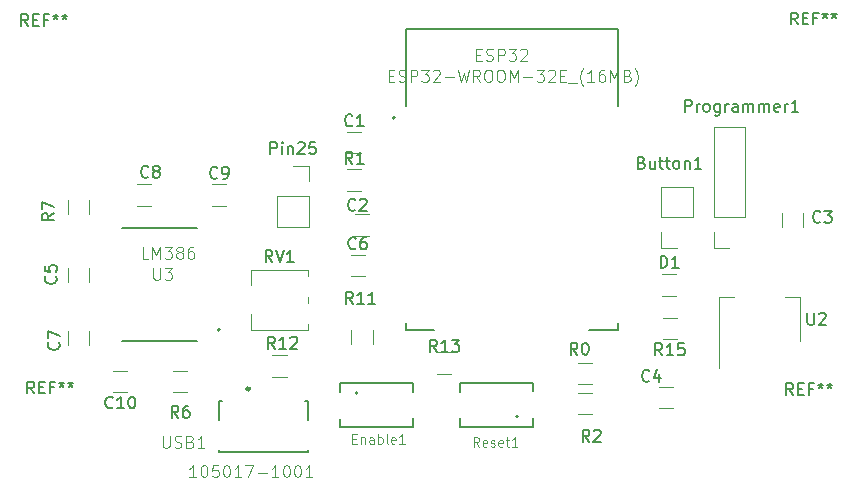
<source format=gto>
G04 #@! TF.GenerationSoftware,KiCad,Pcbnew,(5.1.9)-1*
G04 #@! TF.CreationDate,2021-04-14T09:49:37+02:00*
G04 #@! TF.ProjectId,Copy_bachelorproef morse,436f7079-5f62-4616-9368-656c6f727072,rev?*
G04 #@! TF.SameCoordinates,Original*
G04 #@! TF.FileFunction,Legend,Top*
G04 #@! TF.FilePolarity,Positive*
%FSLAX46Y46*%
G04 Gerber Fmt 4.6, Leading zero omitted, Abs format (unit mm)*
G04 Created by KiCad (PCBNEW (5.1.9)-1) date 2021-04-14 09:49:37*
%MOMM*%
%LPD*%
G01*
G04 APERTURE LIST*
%ADD10C,0.120000*%
%ADD11C,0.200000*%
%ADD12C,0.127000*%
%ADD13C,0.300000*%
%ADD14C,0.150000*%
%ADD15C,0.050000*%
G04 APERTURE END LIST*
D10*
X148990000Y-97826000D02*
X148990000Y-91816000D01*
X155810000Y-95576000D02*
X155810000Y-91816000D01*
X148990000Y-91816000D02*
X150250000Y-91816000D01*
X155810000Y-91816000D02*
X154550000Y-91816000D01*
X109340000Y-89555000D02*
X114180000Y-89555000D01*
X109340000Y-94595000D02*
X114180000Y-94595000D01*
X109340000Y-89555000D02*
X109340000Y-90835000D01*
X109340000Y-93315000D02*
X109340000Y-94595000D01*
X114180000Y-89555000D02*
X114180000Y-90035000D01*
X114180000Y-91815000D02*
X114180000Y-92335000D01*
X114180000Y-94115000D02*
X114180000Y-94595000D01*
X109340000Y-89935000D02*
X109340000Y-89935000D01*
X109340000Y-89935000D02*
X109340000Y-90835000D01*
X109340000Y-89935000D02*
X109340000Y-90835000D01*
D11*
X133275000Y-102065000D02*
X133275000Y-102815000D01*
X133275000Y-102815000D02*
X127075000Y-102815000D01*
X127075000Y-102815000D02*
X127075000Y-102065000D01*
X133275000Y-99765000D02*
X133275000Y-99115000D01*
X133275000Y-99115000D02*
X127075000Y-99115000D01*
X127075000Y-99115000D02*
X127075000Y-99865000D01*
X131975000Y-101965000D02*
G75*
G03*
X131975000Y-101965000I-100000J0D01*
G01*
D12*
X140445000Y-69165000D02*
X140445000Y-75665000D01*
X122445000Y-69165000D02*
X140445000Y-69165000D01*
X122445000Y-75665000D02*
X122445000Y-69165000D01*
X140445000Y-94665000D02*
X140445000Y-94015000D01*
X137995000Y-94665000D02*
X140445000Y-94665000D01*
X122445000Y-94665000D02*
X124895000Y-94665000D01*
X122445000Y-94015000D02*
X122445000Y-94665000D01*
D11*
X121545000Y-76665000D02*
G75*
G03*
X121545000Y-76665000I-100000J0D01*
G01*
D10*
X149860000Y-87690000D02*
X148530000Y-87690000D01*
X148530000Y-87690000D02*
X148530000Y-86360000D01*
X148530000Y-85090000D02*
X148530000Y-77410000D01*
X151190000Y-77410000D02*
X148530000Y-77410000D01*
X151190000Y-85090000D02*
X151190000Y-77410000D01*
X151190000Y-85090000D02*
X148530000Y-85090000D01*
X137065936Y-97388000D02*
X138270064Y-97388000D01*
X137065936Y-99208000D02*
X138270064Y-99208000D01*
X126323064Y-98319000D02*
X125118936Y-98319000D01*
X126323064Y-96499000D02*
X125118936Y-96499000D01*
D11*
X118415000Y-99965000D02*
G75*
G03*
X118415000Y-99965000I-100000J0D01*
G01*
X123115000Y-102815000D02*
X123115000Y-102065000D01*
X116915000Y-102815000D02*
X123115000Y-102815000D01*
X116915000Y-102165000D02*
X116915000Y-102815000D01*
X123115000Y-99115000D02*
X123115000Y-99865000D01*
X116915000Y-99115000D02*
X123115000Y-99115000D01*
X116915000Y-99865000D02*
X116915000Y-99115000D01*
D10*
X145415000Y-87690000D02*
X144085000Y-87690000D01*
X144085000Y-87690000D02*
X144085000Y-86360000D01*
X144085000Y-85090000D02*
X144085000Y-82490000D01*
X146745000Y-82490000D02*
X144085000Y-82490000D01*
X146745000Y-85090000D02*
X146745000Y-82490000D01*
X146745000Y-85090000D02*
X144085000Y-85090000D01*
X95652000Y-94684436D02*
X95652000Y-95888564D01*
X93832000Y-94684436D02*
X93832000Y-95888564D01*
D12*
X104775000Y-86010000D02*
X98425000Y-86010000D01*
X104775000Y-95600000D02*
X98425000Y-95600000D01*
D11*
X106735000Y-94615000D02*
G75*
G03*
X106735000Y-94615000I-100000J0D01*
G01*
D12*
X114176500Y-104955000D02*
X114176500Y-104775000D01*
X106676500Y-104955000D02*
X114176500Y-104955000D01*
X106676500Y-104775000D02*
X106676500Y-104955000D01*
D13*
X109226500Y-99605000D02*
G75*
G03*
X109226500Y-99605000I-100000J0D01*
G01*
D12*
X114176500Y-100655000D02*
X113905500Y-100655000D01*
X114176500Y-102235000D02*
X114176500Y-100655000D01*
X106676500Y-100655000D02*
X106947500Y-100655000D01*
X106676500Y-102235000D02*
X106676500Y-100655000D01*
D10*
X112903000Y-80712000D02*
X114233000Y-80712000D01*
X114233000Y-80712000D02*
X114233000Y-82042000D01*
X114233000Y-83312000D02*
X114233000Y-85912000D01*
X111573000Y-85912000D02*
X114233000Y-85912000D01*
X111573000Y-83312000D02*
X111573000Y-85912000D01*
X111573000Y-83312000D02*
X114233000Y-83312000D01*
X117507936Y-79650000D02*
X118712064Y-79650000D01*
X117507936Y-77830000D02*
X118712064Y-77830000D01*
X119347064Y-84815000D02*
X118142936Y-84815000D01*
X119347064Y-86635000D02*
X118142936Y-86635000D01*
X156104000Y-85946064D02*
X156104000Y-84741936D01*
X154284000Y-85946064D02*
X154284000Y-84741936D01*
X145128064Y-99420000D02*
X143923936Y-99420000D01*
X145128064Y-101240000D02*
X143923936Y-101240000D01*
X95652000Y-89350436D02*
X95652000Y-90554564D01*
X93832000Y-89350436D02*
X93832000Y-90554564D01*
X117798436Y-90064000D02*
X119002564Y-90064000D01*
X117798436Y-88244000D02*
X119002564Y-88244000D01*
X100932064Y-84095000D02*
X99727936Y-84095000D01*
X100932064Y-82275000D02*
X99727936Y-82275000D01*
X106077936Y-82275000D02*
X107282064Y-82275000D01*
X106077936Y-84095000D02*
X107282064Y-84095000D01*
X98900064Y-99906500D02*
X97695936Y-99906500D01*
X98900064Y-98086500D02*
X97695936Y-98086500D01*
X117507936Y-82825000D02*
X118712064Y-82825000D01*
X117507936Y-81005000D02*
X118712064Y-81005000D01*
X138270064Y-99928000D02*
X137065936Y-99928000D01*
X138270064Y-101748000D02*
X137065936Y-101748000D01*
X103980064Y-99906500D02*
X102775936Y-99906500D01*
X103980064Y-98086500D02*
X102775936Y-98086500D01*
X93832000Y-83598936D02*
X93832000Y-84803064D01*
X95652000Y-83598936D02*
X95652000Y-84803064D01*
X119655000Y-94647936D02*
X119655000Y-95852064D01*
X117835000Y-94647936D02*
X117835000Y-95852064D01*
X112371064Y-96753000D02*
X111166936Y-96753000D01*
X112371064Y-98573000D02*
X111166936Y-98573000D01*
X145382064Y-91715000D02*
X144177936Y-91715000D01*
X145382064Y-89895000D02*
X144177936Y-89895000D01*
X145418564Y-93578000D02*
X144214436Y-93578000D01*
X145418564Y-95398000D02*
X144214436Y-95398000D01*
D14*
X156464095Y-93178380D02*
X156464095Y-93987904D01*
X156511714Y-94083142D01*
X156559333Y-94130761D01*
X156654571Y-94178380D01*
X156845047Y-94178380D01*
X156940285Y-94130761D01*
X156987904Y-94083142D01*
X157035523Y-93987904D01*
X157035523Y-93178380D01*
X157464095Y-93273619D02*
X157511714Y-93226000D01*
X157606952Y-93178380D01*
X157845047Y-93178380D01*
X157940285Y-93226000D01*
X157987904Y-93273619D01*
X158035523Y-93368857D01*
X158035523Y-93464095D01*
X157987904Y-93606952D01*
X157416476Y-94178380D01*
X158035523Y-94178380D01*
X111164761Y-88877380D02*
X110831428Y-88401190D01*
X110593333Y-88877380D02*
X110593333Y-87877380D01*
X110974285Y-87877380D01*
X111069523Y-87925000D01*
X111117142Y-87972619D01*
X111164761Y-88067857D01*
X111164761Y-88210714D01*
X111117142Y-88305952D01*
X111069523Y-88353571D01*
X110974285Y-88401190D01*
X110593333Y-88401190D01*
X111450476Y-87877380D02*
X111783809Y-88877380D01*
X112117142Y-87877380D01*
X112974285Y-88877380D02*
X112402857Y-88877380D01*
X112688571Y-88877380D02*
X112688571Y-87877380D01*
X112593333Y-88020238D01*
X112498095Y-88115476D01*
X112402857Y-88163095D01*
X90995666Y-99995380D02*
X90662333Y-99519190D01*
X90424238Y-99995380D02*
X90424238Y-98995380D01*
X90805190Y-98995380D01*
X90900428Y-99043000D01*
X90948047Y-99090619D01*
X90995666Y-99185857D01*
X90995666Y-99328714D01*
X90948047Y-99423952D01*
X90900428Y-99471571D01*
X90805190Y-99519190D01*
X90424238Y-99519190D01*
X91424238Y-99471571D02*
X91757571Y-99471571D01*
X91900428Y-99995380D02*
X91424238Y-99995380D01*
X91424238Y-98995380D01*
X91900428Y-98995380D01*
X92662333Y-99471571D02*
X92329000Y-99471571D01*
X92329000Y-99995380D02*
X92329000Y-98995380D01*
X92805190Y-98995380D01*
X93329000Y-98995380D02*
X93329000Y-99233476D01*
X93090904Y-99138238D02*
X93329000Y-99233476D01*
X93567095Y-99138238D01*
X93186142Y-99423952D02*
X93329000Y-99233476D01*
X93471857Y-99423952D01*
X94090904Y-98995380D02*
X94090904Y-99233476D01*
X93852809Y-99138238D02*
X94090904Y-99233476D01*
X94329000Y-99138238D01*
X93948047Y-99423952D02*
X94090904Y-99233476D01*
X94233761Y-99423952D01*
X90487666Y-68880380D02*
X90154333Y-68404190D01*
X89916238Y-68880380D02*
X89916238Y-67880380D01*
X90297190Y-67880380D01*
X90392428Y-67928000D01*
X90440047Y-67975619D01*
X90487666Y-68070857D01*
X90487666Y-68213714D01*
X90440047Y-68308952D01*
X90392428Y-68356571D01*
X90297190Y-68404190D01*
X89916238Y-68404190D01*
X90916238Y-68356571D02*
X91249571Y-68356571D01*
X91392428Y-68880380D02*
X90916238Y-68880380D01*
X90916238Y-67880380D01*
X91392428Y-67880380D01*
X92154333Y-68356571D02*
X91821000Y-68356571D01*
X91821000Y-68880380D02*
X91821000Y-67880380D01*
X92297190Y-67880380D01*
X92821000Y-67880380D02*
X92821000Y-68118476D01*
X92582904Y-68023238D02*
X92821000Y-68118476D01*
X93059095Y-68023238D01*
X92678142Y-68308952D02*
X92821000Y-68118476D01*
X92963857Y-68308952D01*
X93582904Y-67880380D02*
X93582904Y-68118476D01*
X93344809Y-68023238D02*
X93582904Y-68118476D01*
X93821000Y-68023238D01*
X93440047Y-68308952D02*
X93582904Y-68118476D01*
X93725761Y-68308952D01*
X155638666Y-68753380D02*
X155305333Y-68277190D01*
X155067238Y-68753380D02*
X155067238Y-67753380D01*
X155448190Y-67753380D01*
X155543428Y-67801000D01*
X155591047Y-67848619D01*
X155638666Y-67943857D01*
X155638666Y-68086714D01*
X155591047Y-68181952D01*
X155543428Y-68229571D01*
X155448190Y-68277190D01*
X155067238Y-68277190D01*
X156067238Y-68229571D02*
X156400571Y-68229571D01*
X156543428Y-68753380D02*
X156067238Y-68753380D01*
X156067238Y-67753380D01*
X156543428Y-67753380D01*
X157305333Y-68229571D02*
X156972000Y-68229571D01*
X156972000Y-68753380D02*
X156972000Y-67753380D01*
X157448190Y-67753380D01*
X157972000Y-67753380D02*
X157972000Y-67991476D01*
X157733904Y-67896238D02*
X157972000Y-67991476D01*
X158210095Y-67896238D01*
X157829142Y-68181952D02*
X157972000Y-67991476D01*
X158114857Y-68181952D01*
X158733904Y-67753380D02*
X158733904Y-67991476D01*
X158495809Y-67896238D02*
X158733904Y-67991476D01*
X158972000Y-67896238D01*
X158591047Y-68181952D02*
X158733904Y-67991476D01*
X158876761Y-68181952D01*
X155257666Y-100122380D02*
X154924333Y-99646190D01*
X154686238Y-100122380D02*
X154686238Y-99122380D01*
X155067190Y-99122380D01*
X155162428Y-99170000D01*
X155210047Y-99217619D01*
X155257666Y-99312857D01*
X155257666Y-99455714D01*
X155210047Y-99550952D01*
X155162428Y-99598571D01*
X155067190Y-99646190D01*
X154686238Y-99646190D01*
X155686238Y-99598571D02*
X156019571Y-99598571D01*
X156162428Y-100122380D02*
X155686238Y-100122380D01*
X155686238Y-99122380D01*
X156162428Y-99122380D01*
X156924333Y-99598571D02*
X156591000Y-99598571D01*
X156591000Y-100122380D02*
X156591000Y-99122380D01*
X157067190Y-99122380D01*
X157591000Y-99122380D02*
X157591000Y-99360476D01*
X157352904Y-99265238D02*
X157591000Y-99360476D01*
X157829095Y-99265238D01*
X157448142Y-99550952D02*
X157591000Y-99360476D01*
X157733857Y-99550952D01*
X158352904Y-99122380D02*
X158352904Y-99360476D01*
X158114809Y-99265238D02*
X158352904Y-99360476D01*
X158591000Y-99265238D01*
X158210047Y-99550952D02*
X158352904Y-99360476D01*
X158495761Y-99550952D01*
D15*
X128676571Y-104501904D02*
X128409904Y-104120952D01*
X128219428Y-104501904D02*
X128219428Y-103701904D01*
X128524190Y-103701904D01*
X128600380Y-103740000D01*
X128638476Y-103778095D01*
X128676571Y-103854285D01*
X128676571Y-103968571D01*
X128638476Y-104044761D01*
X128600380Y-104082857D01*
X128524190Y-104120952D01*
X128219428Y-104120952D01*
X129324190Y-104463809D02*
X129248000Y-104501904D01*
X129095619Y-104501904D01*
X129019428Y-104463809D01*
X128981333Y-104387619D01*
X128981333Y-104082857D01*
X129019428Y-104006666D01*
X129095619Y-103968571D01*
X129248000Y-103968571D01*
X129324190Y-104006666D01*
X129362285Y-104082857D01*
X129362285Y-104159047D01*
X128981333Y-104235238D01*
X129667047Y-104463809D02*
X129743238Y-104501904D01*
X129895619Y-104501904D01*
X129971809Y-104463809D01*
X130009904Y-104387619D01*
X130009904Y-104349523D01*
X129971809Y-104273333D01*
X129895619Y-104235238D01*
X129781333Y-104235238D01*
X129705142Y-104197142D01*
X129667047Y-104120952D01*
X129667047Y-104082857D01*
X129705142Y-104006666D01*
X129781333Y-103968571D01*
X129895619Y-103968571D01*
X129971809Y-104006666D01*
X130657523Y-104463809D02*
X130581333Y-104501904D01*
X130428952Y-104501904D01*
X130352761Y-104463809D01*
X130314666Y-104387619D01*
X130314666Y-104082857D01*
X130352761Y-104006666D01*
X130428952Y-103968571D01*
X130581333Y-103968571D01*
X130657523Y-104006666D01*
X130695619Y-104082857D01*
X130695619Y-104159047D01*
X130314666Y-104235238D01*
X130924190Y-103968571D02*
X131228952Y-103968571D01*
X131038476Y-103701904D02*
X131038476Y-104387619D01*
X131076571Y-104463809D01*
X131152761Y-104501904D01*
X131228952Y-104501904D01*
X131914666Y-104501904D02*
X131457523Y-104501904D01*
X131686095Y-104501904D02*
X131686095Y-103701904D01*
X131609904Y-103816190D01*
X131533714Y-103892380D01*
X131457523Y-103930476D01*
X128413142Y-71302571D02*
X128746476Y-71302571D01*
X128889333Y-71826380D02*
X128413142Y-71826380D01*
X128413142Y-70826380D01*
X128889333Y-70826380D01*
X129270285Y-71778761D02*
X129413142Y-71826380D01*
X129651238Y-71826380D01*
X129746476Y-71778761D01*
X129794095Y-71731142D01*
X129841714Y-71635904D01*
X129841714Y-71540666D01*
X129794095Y-71445428D01*
X129746476Y-71397809D01*
X129651238Y-71350190D01*
X129460761Y-71302571D01*
X129365523Y-71254952D01*
X129317904Y-71207333D01*
X129270285Y-71112095D01*
X129270285Y-71016857D01*
X129317904Y-70921619D01*
X129365523Y-70874000D01*
X129460761Y-70826380D01*
X129698857Y-70826380D01*
X129841714Y-70874000D01*
X130270285Y-71826380D02*
X130270285Y-70826380D01*
X130651238Y-70826380D01*
X130746476Y-70874000D01*
X130794095Y-70921619D01*
X130841714Y-71016857D01*
X130841714Y-71159714D01*
X130794095Y-71254952D01*
X130746476Y-71302571D01*
X130651238Y-71350190D01*
X130270285Y-71350190D01*
X131175047Y-70826380D02*
X131794095Y-70826380D01*
X131460761Y-71207333D01*
X131603619Y-71207333D01*
X131698857Y-71254952D01*
X131746476Y-71302571D01*
X131794095Y-71397809D01*
X131794095Y-71635904D01*
X131746476Y-71731142D01*
X131698857Y-71778761D01*
X131603619Y-71826380D01*
X131317904Y-71826380D01*
X131222666Y-71778761D01*
X131175047Y-71731142D01*
X132175047Y-70921619D02*
X132222666Y-70874000D01*
X132317904Y-70826380D01*
X132556000Y-70826380D01*
X132651238Y-70874000D01*
X132698857Y-70921619D01*
X132746476Y-71016857D01*
X132746476Y-71112095D01*
X132698857Y-71254952D01*
X132127428Y-71826380D01*
X132746476Y-71826380D01*
X121024380Y-73080571D02*
X121357714Y-73080571D01*
X121500571Y-73604380D02*
X121024380Y-73604380D01*
X121024380Y-72604380D01*
X121500571Y-72604380D01*
X121881523Y-73556761D02*
X122024380Y-73604380D01*
X122262476Y-73604380D01*
X122357714Y-73556761D01*
X122405333Y-73509142D01*
X122452952Y-73413904D01*
X122452952Y-73318666D01*
X122405333Y-73223428D01*
X122357714Y-73175809D01*
X122262476Y-73128190D01*
X122072000Y-73080571D01*
X121976761Y-73032952D01*
X121929142Y-72985333D01*
X121881523Y-72890095D01*
X121881523Y-72794857D01*
X121929142Y-72699619D01*
X121976761Y-72652000D01*
X122072000Y-72604380D01*
X122310095Y-72604380D01*
X122452952Y-72652000D01*
X122881523Y-73604380D02*
X122881523Y-72604380D01*
X123262476Y-72604380D01*
X123357714Y-72652000D01*
X123405333Y-72699619D01*
X123452952Y-72794857D01*
X123452952Y-72937714D01*
X123405333Y-73032952D01*
X123357714Y-73080571D01*
X123262476Y-73128190D01*
X122881523Y-73128190D01*
X123786285Y-72604380D02*
X124405333Y-72604380D01*
X124072000Y-72985333D01*
X124214857Y-72985333D01*
X124310095Y-73032952D01*
X124357714Y-73080571D01*
X124405333Y-73175809D01*
X124405333Y-73413904D01*
X124357714Y-73509142D01*
X124310095Y-73556761D01*
X124214857Y-73604380D01*
X123929142Y-73604380D01*
X123833904Y-73556761D01*
X123786285Y-73509142D01*
X124786285Y-72699619D02*
X124833904Y-72652000D01*
X124929142Y-72604380D01*
X125167238Y-72604380D01*
X125262476Y-72652000D01*
X125310095Y-72699619D01*
X125357714Y-72794857D01*
X125357714Y-72890095D01*
X125310095Y-73032952D01*
X124738666Y-73604380D01*
X125357714Y-73604380D01*
X125786285Y-73223428D02*
X126548190Y-73223428D01*
X126929142Y-72604380D02*
X127167238Y-73604380D01*
X127357714Y-72890095D01*
X127548190Y-73604380D01*
X127786285Y-72604380D01*
X128738666Y-73604380D02*
X128405333Y-73128190D01*
X128167238Y-73604380D02*
X128167238Y-72604380D01*
X128548190Y-72604380D01*
X128643428Y-72652000D01*
X128691047Y-72699619D01*
X128738666Y-72794857D01*
X128738666Y-72937714D01*
X128691047Y-73032952D01*
X128643428Y-73080571D01*
X128548190Y-73128190D01*
X128167238Y-73128190D01*
X129357714Y-72604380D02*
X129548190Y-72604380D01*
X129643428Y-72652000D01*
X129738666Y-72747238D01*
X129786285Y-72937714D01*
X129786285Y-73271047D01*
X129738666Y-73461523D01*
X129643428Y-73556761D01*
X129548190Y-73604380D01*
X129357714Y-73604380D01*
X129262476Y-73556761D01*
X129167238Y-73461523D01*
X129119619Y-73271047D01*
X129119619Y-72937714D01*
X129167238Y-72747238D01*
X129262476Y-72652000D01*
X129357714Y-72604380D01*
X130405333Y-72604380D02*
X130595809Y-72604380D01*
X130691047Y-72652000D01*
X130786285Y-72747238D01*
X130833904Y-72937714D01*
X130833904Y-73271047D01*
X130786285Y-73461523D01*
X130691047Y-73556761D01*
X130595809Y-73604380D01*
X130405333Y-73604380D01*
X130310095Y-73556761D01*
X130214857Y-73461523D01*
X130167238Y-73271047D01*
X130167238Y-72937714D01*
X130214857Y-72747238D01*
X130310095Y-72652000D01*
X130405333Y-72604380D01*
X131262476Y-73604380D02*
X131262476Y-72604380D01*
X131595809Y-73318666D01*
X131929142Y-72604380D01*
X131929142Y-73604380D01*
X132405333Y-73223428D02*
X133167238Y-73223428D01*
X133548190Y-72604380D02*
X134167238Y-72604380D01*
X133833904Y-72985333D01*
X133976761Y-72985333D01*
X134072000Y-73032952D01*
X134119619Y-73080571D01*
X134167238Y-73175809D01*
X134167238Y-73413904D01*
X134119619Y-73509142D01*
X134072000Y-73556761D01*
X133976761Y-73604380D01*
X133691047Y-73604380D01*
X133595809Y-73556761D01*
X133548190Y-73509142D01*
X134548190Y-72699619D02*
X134595809Y-72652000D01*
X134691047Y-72604380D01*
X134929142Y-72604380D01*
X135024380Y-72652000D01*
X135072000Y-72699619D01*
X135119619Y-72794857D01*
X135119619Y-72890095D01*
X135072000Y-73032952D01*
X134500571Y-73604380D01*
X135119619Y-73604380D01*
X135548190Y-73080571D02*
X135881523Y-73080571D01*
X136024380Y-73604380D02*
X135548190Y-73604380D01*
X135548190Y-72604380D01*
X136024380Y-72604380D01*
X136214857Y-73699619D02*
X136976761Y-73699619D01*
X137500571Y-73985333D02*
X137452952Y-73937714D01*
X137357714Y-73794857D01*
X137310095Y-73699619D01*
X137262476Y-73556761D01*
X137214857Y-73318666D01*
X137214857Y-73128190D01*
X137262476Y-72890095D01*
X137310095Y-72747238D01*
X137357714Y-72652000D01*
X137452952Y-72509142D01*
X137500571Y-72461523D01*
X138405333Y-73604380D02*
X137833904Y-73604380D01*
X138119619Y-73604380D02*
X138119619Y-72604380D01*
X138024380Y-72747238D01*
X137929142Y-72842476D01*
X137833904Y-72890095D01*
X139262476Y-72604380D02*
X139072000Y-72604380D01*
X138976761Y-72652000D01*
X138929142Y-72699619D01*
X138833904Y-72842476D01*
X138786285Y-73032952D01*
X138786285Y-73413904D01*
X138833904Y-73509142D01*
X138881523Y-73556761D01*
X138976761Y-73604380D01*
X139167238Y-73604380D01*
X139262476Y-73556761D01*
X139310095Y-73509142D01*
X139357714Y-73413904D01*
X139357714Y-73175809D01*
X139310095Y-73080571D01*
X139262476Y-73032952D01*
X139167238Y-72985333D01*
X138976761Y-72985333D01*
X138881523Y-73032952D01*
X138833904Y-73080571D01*
X138786285Y-73175809D01*
X139786285Y-73604380D02*
X139786285Y-72604380D01*
X140119619Y-73318666D01*
X140452952Y-72604380D01*
X140452952Y-73604380D01*
X141262476Y-73080571D02*
X141405333Y-73128190D01*
X141452952Y-73175809D01*
X141500571Y-73271047D01*
X141500571Y-73413904D01*
X141452952Y-73509142D01*
X141405333Y-73556761D01*
X141310095Y-73604380D01*
X140929142Y-73604380D01*
X140929142Y-72604380D01*
X141262476Y-72604380D01*
X141357714Y-72652000D01*
X141405333Y-72699619D01*
X141452952Y-72794857D01*
X141452952Y-72890095D01*
X141405333Y-72985333D01*
X141357714Y-73032952D01*
X141262476Y-73080571D01*
X140929142Y-73080571D01*
X141833904Y-73985333D02*
X141881523Y-73937714D01*
X141976761Y-73794857D01*
X142024380Y-73699619D01*
X142072000Y-73556761D01*
X142119619Y-73318666D01*
X142119619Y-73128190D01*
X142072000Y-72890095D01*
X142024380Y-72747238D01*
X141976761Y-72652000D01*
X141881523Y-72509142D01*
X141833904Y-72461523D01*
D14*
X146090285Y-76144380D02*
X146090285Y-75144380D01*
X146471238Y-75144380D01*
X146566476Y-75192000D01*
X146614095Y-75239619D01*
X146661714Y-75334857D01*
X146661714Y-75477714D01*
X146614095Y-75572952D01*
X146566476Y-75620571D01*
X146471238Y-75668190D01*
X146090285Y-75668190D01*
X147090285Y-76144380D02*
X147090285Y-75477714D01*
X147090285Y-75668190D02*
X147137904Y-75572952D01*
X147185523Y-75525333D01*
X147280761Y-75477714D01*
X147376000Y-75477714D01*
X147852190Y-76144380D02*
X147756952Y-76096761D01*
X147709333Y-76049142D01*
X147661714Y-75953904D01*
X147661714Y-75668190D01*
X147709333Y-75572952D01*
X147756952Y-75525333D01*
X147852190Y-75477714D01*
X147995047Y-75477714D01*
X148090285Y-75525333D01*
X148137904Y-75572952D01*
X148185523Y-75668190D01*
X148185523Y-75953904D01*
X148137904Y-76049142D01*
X148090285Y-76096761D01*
X147995047Y-76144380D01*
X147852190Y-76144380D01*
X149042666Y-75477714D02*
X149042666Y-76287238D01*
X148995047Y-76382476D01*
X148947428Y-76430095D01*
X148852190Y-76477714D01*
X148709333Y-76477714D01*
X148614095Y-76430095D01*
X149042666Y-76096761D02*
X148947428Y-76144380D01*
X148756952Y-76144380D01*
X148661714Y-76096761D01*
X148614095Y-76049142D01*
X148566476Y-75953904D01*
X148566476Y-75668190D01*
X148614095Y-75572952D01*
X148661714Y-75525333D01*
X148756952Y-75477714D01*
X148947428Y-75477714D01*
X149042666Y-75525333D01*
X149518857Y-76144380D02*
X149518857Y-75477714D01*
X149518857Y-75668190D02*
X149566476Y-75572952D01*
X149614095Y-75525333D01*
X149709333Y-75477714D01*
X149804571Y-75477714D01*
X150566476Y-76144380D02*
X150566476Y-75620571D01*
X150518857Y-75525333D01*
X150423619Y-75477714D01*
X150233142Y-75477714D01*
X150137904Y-75525333D01*
X150566476Y-76096761D02*
X150471238Y-76144380D01*
X150233142Y-76144380D01*
X150137904Y-76096761D01*
X150090285Y-76001523D01*
X150090285Y-75906285D01*
X150137904Y-75811047D01*
X150233142Y-75763428D01*
X150471238Y-75763428D01*
X150566476Y-75715809D01*
X151042666Y-76144380D02*
X151042666Y-75477714D01*
X151042666Y-75572952D02*
X151090285Y-75525333D01*
X151185523Y-75477714D01*
X151328380Y-75477714D01*
X151423619Y-75525333D01*
X151471238Y-75620571D01*
X151471238Y-76144380D01*
X151471238Y-75620571D02*
X151518857Y-75525333D01*
X151614095Y-75477714D01*
X151756952Y-75477714D01*
X151852190Y-75525333D01*
X151899809Y-75620571D01*
X151899809Y-76144380D01*
X152376000Y-76144380D02*
X152376000Y-75477714D01*
X152376000Y-75572952D02*
X152423619Y-75525333D01*
X152518857Y-75477714D01*
X152661714Y-75477714D01*
X152756952Y-75525333D01*
X152804571Y-75620571D01*
X152804571Y-76144380D01*
X152804571Y-75620571D02*
X152852190Y-75525333D01*
X152947428Y-75477714D01*
X153090285Y-75477714D01*
X153185523Y-75525333D01*
X153233142Y-75620571D01*
X153233142Y-76144380D01*
X154090285Y-76096761D02*
X153995047Y-76144380D01*
X153804571Y-76144380D01*
X153709333Y-76096761D01*
X153661714Y-76001523D01*
X153661714Y-75620571D01*
X153709333Y-75525333D01*
X153804571Y-75477714D01*
X153995047Y-75477714D01*
X154090285Y-75525333D01*
X154137904Y-75620571D01*
X154137904Y-75715809D01*
X153661714Y-75811047D01*
X154566476Y-76144380D02*
X154566476Y-75477714D01*
X154566476Y-75668190D02*
X154614095Y-75572952D01*
X154661714Y-75525333D01*
X154756952Y-75477714D01*
X154852190Y-75477714D01*
X155709333Y-76144380D02*
X155137904Y-76144380D01*
X155423619Y-76144380D02*
X155423619Y-75144380D01*
X155328380Y-75287238D01*
X155233142Y-75382476D01*
X155137904Y-75430095D01*
X136993333Y-96718380D02*
X136660000Y-96242190D01*
X136421904Y-96718380D02*
X136421904Y-95718380D01*
X136802857Y-95718380D01*
X136898095Y-95766000D01*
X136945714Y-95813619D01*
X136993333Y-95908857D01*
X136993333Y-96051714D01*
X136945714Y-96146952D01*
X136898095Y-96194571D01*
X136802857Y-96242190D01*
X136421904Y-96242190D01*
X137612380Y-95718380D02*
X137707619Y-95718380D01*
X137802857Y-95766000D01*
X137850476Y-95813619D01*
X137898095Y-95908857D01*
X137945714Y-96099333D01*
X137945714Y-96337428D01*
X137898095Y-96527904D01*
X137850476Y-96623142D01*
X137802857Y-96670761D01*
X137707619Y-96718380D01*
X137612380Y-96718380D01*
X137517142Y-96670761D01*
X137469523Y-96623142D01*
X137421904Y-96527904D01*
X137374285Y-96337428D01*
X137374285Y-96099333D01*
X137421904Y-95908857D01*
X137469523Y-95813619D01*
X137517142Y-95766000D01*
X137612380Y-95718380D01*
X125078142Y-96464380D02*
X124744809Y-95988190D01*
X124506714Y-96464380D02*
X124506714Y-95464380D01*
X124887666Y-95464380D01*
X124982904Y-95512000D01*
X125030523Y-95559619D01*
X125078142Y-95654857D01*
X125078142Y-95797714D01*
X125030523Y-95892952D01*
X124982904Y-95940571D01*
X124887666Y-95988190D01*
X124506714Y-95988190D01*
X126030523Y-96464380D02*
X125459095Y-96464380D01*
X125744809Y-96464380D02*
X125744809Y-95464380D01*
X125649571Y-95607238D01*
X125554333Y-95702476D01*
X125459095Y-95750095D01*
X126363857Y-95464380D02*
X126982904Y-95464380D01*
X126649571Y-95845333D01*
X126792428Y-95845333D01*
X126887666Y-95892952D01*
X126935285Y-95940571D01*
X126982904Y-96035809D01*
X126982904Y-96273904D01*
X126935285Y-96369142D01*
X126887666Y-96416761D01*
X126792428Y-96464380D01*
X126506714Y-96464380D01*
X126411476Y-96416761D01*
X126363857Y-96369142D01*
D15*
X117951523Y-103828857D02*
X118218190Y-103828857D01*
X118332476Y-104247904D02*
X117951523Y-104247904D01*
X117951523Y-103447904D01*
X118332476Y-103447904D01*
X118675333Y-103714571D02*
X118675333Y-104247904D01*
X118675333Y-103790761D02*
X118713428Y-103752666D01*
X118789619Y-103714571D01*
X118903904Y-103714571D01*
X118980095Y-103752666D01*
X119018190Y-103828857D01*
X119018190Y-104247904D01*
X119742000Y-104247904D02*
X119742000Y-103828857D01*
X119703904Y-103752666D01*
X119627714Y-103714571D01*
X119475333Y-103714571D01*
X119399142Y-103752666D01*
X119742000Y-104209809D02*
X119665809Y-104247904D01*
X119475333Y-104247904D01*
X119399142Y-104209809D01*
X119361047Y-104133619D01*
X119361047Y-104057428D01*
X119399142Y-103981238D01*
X119475333Y-103943142D01*
X119665809Y-103943142D01*
X119742000Y-103905047D01*
X120122952Y-104247904D02*
X120122952Y-103447904D01*
X120122952Y-103752666D02*
X120199142Y-103714571D01*
X120351523Y-103714571D01*
X120427714Y-103752666D01*
X120465809Y-103790761D01*
X120503904Y-103866952D01*
X120503904Y-104095523D01*
X120465809Y-104171714D01*
X120427714Y-104209809D01*
X120351523Y-104247904D01*
X120199142Y-104247904D01*
X120122952Y-104209809D01*
X120961047Y-104247904D02*
X120884857Y-104209809D01*
X120846761Y-104133619D01*
X120846761Y-103447904D01*
X121570571Y-104209809D02*
X121494380Y-104247904D01*
X121341999Y-104247904D01*
X121265809Y-104209809D01*
X121227714Y-104133619D01*
X121227714Y-103828857D01*
X121265809Y-103752666D01*
X121341999Y-103714571D01*
X121494380Y-103714571D01*
X121570571Y-103752666D01*
X121608666Y-103828857D01*
X121608666Y-103905047D01*
X121227714Y-103981238D01*
X122370571Y-104247904D02*
X121913428Y-104247904D01*
X122141999Y-104247904D02*
X122141999Y-103447904D01*
X122065809Y-103562190D01*
X121989619Y-103638380D01*
X121913428Y-103676476D01*
D14*
X142446666Y-80446571D02*
X142589523Y-80494190D01*
X142637142Y-80541809D01*
X142684761Y-80637047D01*
X142684761Y-80779904D01*
X142637142Y-80875142D01*
X142589523Y-80922761D01*
X142494285Y-80970380D01*
X142113333Y-80970380D01*
X142113333Y-79970380D01*
X142446666Y-79970380D01*
X142541904Y-80018000D01*
X142589523Y-80065619D01*
X142637142Y-80160857D01*
X142637142Y-80256095D01*
X142589523Y-80351333D01*
X142541904Y-80398952D01*
X142446666Y-80446571D01*
X142113333Y-80446571D01*
X143541904Y-80303714D02*
X143541904Y-80970380D01*
X143113333Y-80303714D02*
X143113333Y-80827523D01*
X143160952Y-80922761D01*
X143256190Y-80970380D01*
X143399047Y-80970380D01*
X143494285Y-80922761D01*
X143541904Y-80875142D01*
X143875238Y-80303714D02*
X144256190Y-80303714D01*
X144018095Y-79970380D02*
X144018095Y-80827523D01*
X144065714Y-80922761D01*
X144160952Y-80970380D01*
X144256190Y-80970380D01*
X144446666Y-80303714D02*
X144827619Y-80303714D01*
X144589523Y-79970380D02*
X144589523Y-80827523D01*
X144637142Y-80922761D01*
X144732380Y-80970380D01*
X144827619Y-80970380D01*
X145303809Y-80970380D02*
X145208571Y-80922761D01*
X145160952Y-80875142D01*
X145113333Y-80779904D01*
X145113333Y-80494190D01*
X145160952Y-80398952D01*
X145208571Y-80351333D01*
X145303809Y-80303714D01*
X145446666Y-80303714D01*
X145541904Y-80351333D01*
X145589523Y-80398952D01*
X145637142Y-80494190D01*
X145637142Y-80779904D01*
X145589523Y-80875142D01*
X145541904Y-80922761D01*
X145446666Y-80970380D01*
X145303809Y-80970380D01*
X146065714Y-80303714D02*
X146065714Y-80970380D01*
X146065714Y-80398952D02*
X146113333Y-80351333D01*
X146208571Y-80303714D01*
X146351428Y-80303714D01*
X146446666Y-80351333D01*
X146494285Y-80446571D01*
X146494285Y-80970380D01*
X147494285Y-80970380D02*
X146922857Y-80970380D01*
X147208571Y-80970380D02*
X147208571Y-79970380D01*
X147113333Y-80113238D01*
X147018095Y-80208476D01*
X146922857Y-80256095D01*
X93067142Y-95670666D02*
X93114761Y-95718285D01*
X93162380Y-95861142D01*
X93162380Y-95956380D01*
X93114761Y-96099238D01*
X93019523Y-96194476D01*
X92924285Y-96242095D01*
X92733809Y-96289714D01*
X92590952Y-96289714D01*
X92400476Y-96242095D01*
X92305238Y-96194476D01*
X92210000Y-96099238D01*
X92162380Y-95956380D01*
X92162380Y-95861142D01*
X92210000Y-95718285D01*
X92257619Y-95670666D01*
X92162380Y-95337333D02*
X92162380Y-94670666D01*
X93162380Y-95099238D01*
D15*
X101092095Y-89368380D02*
X101092095Y-90177904D01*
X101139714Y-90273142D01*
X101187333Y-90320761D01*
X101282571Y-90368380D01*
X101473047Y-90368380D01*
X101568285Y-90320761D01*
X101615904Y-90273142D01*
X101663523Y-90177904D01*
X101663523Y-89368380D01*
X102044476Y-89368380D02*
X102663523Y-89368380D01*
X102330190Y-89749333D01*
X102473047Y-89749333D01*
X102568285Y-89796952D01*
X102615904Y-89844571D01*
X102663523Y-89939809D01*
X102663523Y-90177904D01*
X102615904Y-90273142D01*
X102568285Y-90320761D01*
X102473047Y-90368380D01*
X102187333Y-90368380D01*
X102092095Y-90320761D01*
X102044476Y-90273142D01*
X100671523Y-88590380D02*
X100195333Y-88590380D01*
X100195333Y-87590380D01*
X101004857Y-88590380D02*
X101004857Y-87590380D01*
X101338190Y-88304666D01*
X101671523Y-87590380D01*
X101671523Y-88590380D01*
X102052476Y-87590380D02*
X102671523Y-87590380D01*
X102338190Y-87971333D01*
X102481047Y-87971333D01*
X102576285Y-88018952D01*
X102623904Y-88066571D01*
X102671523Y-88161809D01*
X102671523Y-88399904D01*
X102623904Y-88495142D01*
X102576285Y-88542761D01*
X102481047Y-88590380D01*
X102195333Y-88590380D01*
X102100095Y-88542761D01*
X102052476Y-88495142D01*
X103242952Y-88018952D02*
X103147714Y-87971333D01*
X103100095Y-87923714D01*
X103052476Y-87828476D01*
X103052476Y-87780857D01*
X103100095Y-87685619D01*
X103147714Y-87638000D01*
X103242952Y-87590380D01*
X103433428Y-87590380D01*
X103528666Y-87638000D01*
X103576285Y-87685619D01*
X103623904Y-87780857D01*
X103623904Y-87828476D01*
X103576285Y-87923714D01*
X103528666Y-87971333D01*
X103433428Y-88018952D01*
X103242952Y-88018952D01*
X103147714Y-88066571D01*
X103100095Y-88114190D01*
X103052476Y-88209428D01*
X103052476Y-88399904D01*
X103100095Y-88495142D01*
X103147714Y-88542761D01*
X103242952Y-88590380D01*
X103433428Y-88590380D01*
X103528666Y-88542761D01*
X103576285Y-88495142D01*
X103623904Y-88399904D01*
X103623904Y-88209428D01*
X103576285Y-88114190D01*
X103528666Y-88066571D01*
X103433428Y-88018952D01*
X104481047Y-87590380D02*
X104290571Y-87590380D01*
X104195333Y-87638000D01*
X104147714Y-87685619D01*
X104052476Y-87828476D01*
X104004857Y-88018952D01*
X104004857Y-88399904D01*
X104052476Y-88495142D01*
X104100095Y-88542761D01*
X104195333Y-88590380D01*
X104385809Y-88590380D01*
X104481047Y-88542761D01*
X104528666Y-88495142D01*
X104576285Y-88399904D01*
X104576285Y-88161809D01*
X104528666Y-88066571D01*
X104481047Y-88018952D01*
X104385809Y-87971333D01*
X104195333Y-87971333D01*
X104100095Y-88018952D01*
X104052476Y-88066571D01*
X104004857Y-88161809D01*
X101892323Y-103591882D02*
X101892323Y-104402143D01*
X101939985Y-104497467D01*
X101987647Y-104545130D01*
X102082972Y-104592792D01*
X102273622Y-104592792D01*
X102368946Y-104545130D01*
X102416609Y-104497467D01*
X102464271Y-104402143D01*
X102464271Y-103591882D01*
X102893233Y-104545130D02*
X103036220Y-104592792D01*
X103274532Y-104592792D01*
X103369856Y-104545130D01*
X103417519Y-104497467D01*
X103465181Y-104402143D01*
X103465181Y-104306818D01*
X103417519Y-104211493D01*
X103369856Y-104163831D01*
X103274532Y-104116168D01*
X103083882Y-104068506D01*
X102988557Y-104020844D01*
X102940895Y-103973181D01*
X102893233Y-103877856D01*
X102893233Y-103782532D01*
X102940895Y-103687207D01*
X102988557Y-103639545D01*
X103083882Y-103591882D01*
X103322194Y-103591882D01*
X103465181Y-103639545D01*
X104227779Y-104068506D02*
X104370766Y-104116168D01*
X104418429Y-104163831D01*
X104466091Y-104259155D01*
X104466091Y-104402143D01*
X104418429Y-104497467D01*
X104370766Y-104545130D01*
X104275442Y-104592792D01*
X103894143Y-104592792D01*
X103894143Y-103591882D01*
X104227779Y-103591882D01*
X104323104Y-103639545D01*
X104370766Y-103687207D01*
X104418429Y-103782532D01*
X104418429Y-103877856D01*
X104370766Y-103973181D01*
X104323104Y-104020844D01*
X104227779Y-104068506D01*
X103894143Y-104068506D01*
X105419339Y-104592792D02*
X104847390Y-104592792D01*
X105133365Y-104592792D02*
X105133365Y-103591882D01*
X105038040Y-103734869D01*
X104942715Y-103830194D01*
X104847390Y-103877856D01*
X104722330Y-107078716D02*
X104149884Y-107078716D01*
X104436107Y-107078716D02*
X104436107Y-106076936D01*
X104340700Y-106220047D01*
X104245292Y-106315455D01*
X104149884Y-106363159D01*
X105342480Y-106076936D02*
X105437887Y-106076936D01*
X105533295Y-106124640D01*
X105580999Y-106172343D01*
X105628702Y-106267751D01*
X105676406Y-106458566D01*
X105676406Y-106697085D01*
X105628702Y-106887900D01*
X105580999Y-106983308D01*
X105533295Y-107031012D01*
X105437887Y-107078716D01*
X105342480Y-107078716D01*
X105247072Y-107031012D01*
X105199368Y-106983308D01*
X105151664Y-106887900D01*
X105103960Y-106697085D01*
X105103960Y-106458566D01*
X105151664Y-106267751D01*
X105199368Y-106172343D01*
X105247072Y-106124640D01*
X105342480Y-106076936D01*
X106582779Y-106076936D02*
X106105740Y-106076936D01*
X106058037Y-106553974D01*
X106105740Y-106506270D01*
X106201148Y-106458566D01*
X106439667Y-106458566D01*
X106535075Y-106506270D01*
X106582779Y-106553974D01*
X106630482Y-106649381D01*
X106630482Y-106887900D01*
X106582779Y-106983308D01*
X106535075Y-107031012D01*
X106439667Y-107078716D01*
X106201148Y-107078716D01*
X106105740Y-107031012D01*
X106058037Y-106983308D01*
X107250632Y-106076936D02*
X107346040Y-106076936D01*
X107441447Y-106124640D01*
X107489151Y-106172343D01*
X107536855Y-106267751D01*
X107584559Y-106458566D01*
X107584559Y-106697085D01*
X107536855Y-106887900D01*
X107489151Y-106983308D01*
X107441447Y-107031012D01*
X107346040Y-107078716D01*
X107250632Y-107078716D01*
X107155224Y-107031012D01*
X107107520Y-106983308D01*
X107059817Y-106887900D01*
X107012113Y-106697085D01*
X107012113Y-106458566D01*
X107059817Y-106267751D01*
X107107520Y-106172343D01*
X107155224Y-106124640D01*
X107250632Y-106076936D01*
X108538635Y-107078716D02*
X107966189Y-107078716D01*
X108252412Y-107078716D02*
X108252412Y-106076936D01*
X108157004Y-106220047D01*
X108061597Y-106315455D01*
X107966189Y-106363159D01*
X108872561Y-106076936D02*
X109540415Y-106076936D01*
X109111080Y-107078716D01*
X109922045Y-106697085D02*
X110685306Y-106697085D01*
X111687086Y-107078716D02*
X111114640Y-107078716D01*
X111400863Y-107078716D02*
X111400863Y-106076936D01*
X111305456Y-106220047D01*
X111210048Y-106315455D01*
X111114640Y-106363159D01*
X112307236Y-106076936D02*
X112402643Y-106076936D01*
X112498051Y-106124640D01*
X112545755Y-106172343D01*
X112593459Y-106267751D01*
X112641162Y-106458566D01*
X112641162Y-106697085D01*
X112593459Y-106887900D01*
X112545755Y-106983308D01*
X112498051Y-107031012D01*
X112402643Y-107078716D01*
X112307236Y-107078716D01*
X112211828Y-107031012D01*
X112164124Y-106983308D01*
X112116420Y-106887900D01*
X112068717Y-106697085D01*
X112068717Y-106458566D01*
X112116420Y-106267751D01*
X112164124Y-106172343D01*
X112211828Y-106124640D01*
X112307236Y-106076936D01*
X113261312Y-106076936D02*
X113356720Y-106076936D01*
X113452127Y-106124640D01*
X113499831Y-106172343D01*
X113547535Y-106267751D01*
X113595239Y-106458566D01*
X113595239Y-106697085D01*
X113547535Y-106887900D01*
X113499831Y-106983308D01*
X113452127Y-107031012D01*
X113356720Y-107078716D01*
X113261312Y-107078716D01*
X113165904Y-107031012D01*
X113118200Y-106983308D01*
X113070497Y-106887900D01*
X113022793Y-106697085D01*
X113022793Y-106458566D01*
X113070497Y-106267751D01*
X113118200Y-106172343D01*
X113165904Y-106124640D01*
X113261312Y-106076936D01*
X114549315Y-107078716D02*
X113976869Y-107078716D01*
X114263092Y-107078716D02*
X114263092Y-106076936D01*
X114167684Y-106220047D01*
X114072277Y-106315455D01*
X113976869Y-106363159D01*
D14*
X110998238Y-79724380D02*
X110998238Y-78724380D01*
X111379190Y-78724380D01*
X111474428Y-78772000D01*
X111522047Y-78819619D01*
X111569666Y-78914857D01*
X111569666Y-79057714D01*
X111522047Y-79152952D01*
X111474428Y-79200571D01*
X111379190Y-79248190D01*
X110998238Y-79248190D01*
X111998238Y-79724380D02*
X111998238Y-79057714D01*
X111998238Y-78724380D02*
X111950619Y-78772000D01*
X111998238Y-78819619D01*
X112045857Y-78772000D01*
X111998238Y-78724380D01*
X111998238Y-78819619D01*
X112474428Y-79057714D02*
X112474428Y-79724380D01*
X112474428Y-79152952D02*
X112522047Y-79105333D01*
X112617285Y-79057714D01*
X112760142Y-79057714D01*
X112855380Y-79105333D01*
X112903000Y-79200571D01*
X112903000Y-79724380D01*
X113331571Y-78819619D02*
X113379190Y-78772000D01*
X113474428Y-78724380D01*
X113712523Y-78724380D01*
X113807761Y-78772000D01*
X113855380Y-78819619D01*
X113903000Y-78914857D01*
X113903000Y-79010095D01*
X113855380Y-79152952D01*
X113283952Y-79724380D01*
X113903000Y-79724380D01*
X114807761Y-78724380D02*
X114331571Y-78724380D01*
X114283952Y-79200571D01*
X114331571Y-79152952D01*
X114426809Y-79105333D01*
X114664904Y-79105333D01*
X114760142Y-79152952D01*
X114807761Y-79200571D01*
X114855380Y-79295809D01*
X114855380Y-79533904D01*
X114807761Y-79629142D01*
X114760142Y-79676761D01*
X114664904Y-79724380D01*
X114426809Y-79724380D01*
X114331571Y-79676761D01*
X114283952Y-79629142D01*
X117943333Y-77277142D02*
X117895714Y-77324761D01*
X117752857Y-77372380D01*
X117657619Y-77372380D01*
X117514761Y-77324761D01*
X117419523Y-77229523D01*
X117371904Y-77134285D01*
X117324285Y-76943809D01*
X117324285Y-76800952D01*
X117371904Y-76610476D01*
X117419523Y-76515238D01*
X117514761Y-76420000D01*
X117657619Y-76372380D01*
X117752857Y-76372380D01*
X117895714Y-76420000D01*
X117943333Y-76467619D01*
X118895714Y-77372380D02*
X118324285Y-77372380D01*
X118610000Y-77372380D02*
X118610000Y-76372380D01*
X118514761Y-76515238D01*
X118419523Y-76610476D01*
X118324285Y-76658095D01*
X118197333Y-84431142D02*
X118149714Y-84478761D01*
X118006857Y-84526380D01*
X117911619Y-84526380D01*
X117768761Y-84478761D01*
X117673523Y-84383523D01*
X117625904Y-84288285D01*
X117578285Y-84097809D01*
X117578285Y-83954952D01*
X117625904Y-83764476D01*
X117673523Y-83669238D01*
X117768761Y-83574000D01*
X117911619Y-83526380D01*
X118006857Y-83526380D01*
X118149714Y-83574000D01*
X118197333Y-83621619D01*
X118578285Y-83621619D02*
X118625904Y-83574000D01*
X118721142Y-83526380D01*
X118959238Y-83526380D01*
X119054476Y-83574000D01*
X119102095Y-83621619D01*
X119149714Y-83716857D01*
X119149714Y-83812095D01*
X119102095Y-83954952D01*
X118530666Y-84526380D01*
X119149714Y-84526380D01*
X157567333Y-85447142D02*
X157519714Y-85494761D01*
X157376857Y-85542380D01*
X157281619Y-85542380D01*
X157138761Y-85494761D01*
X157043523Y-85399523D01*
X156995904Y-85304285D01*
X156948285Y-85113809D01*
X156948285Y-84970952D01*
X156995904Y-84780476D01*
X157043523Y-84685238D01*
X157138761Y-84590000D01*
X157281619Y-84542380D01*
X157376857Y-84542380D01*
X157519714Y-84590000D01*
X157567333Y-84637619D01*
X157900666Y-84542380D02*
X158519714Y-84542380D01*
X158186380Y-84923333D01*
X158329238Y-84923333D01*
X158424476Y-84970952D01*
X158472095Y-85018571D01*
X158519714Y-85113809D01*
X158519714Y-85351904D01*
X158472095Y-85447142D01*
X158424476Y-85494761D01*
X158329238Y-85542380D01*
X158043523Y-85542380D01*
X157948285Y-85494761D01*
X157900666Y-85447142D01*
X143089333Y-98909142D02*
X143041714Y-98956761D01*
X142898857Y-99004380D01*
X142803619Y-99004380D01*
X142660761Y-98956761D01*
X142565523Y-98861523D01*
X142517904Y-98766285D01*
X142470285Y-98575809D01*
X142470285Y-98432952D01*
X142517904Y-98242476D01*
X142565523Y-98147238D01*
X142660761Y-98052000D01*
X142803619Y-98004380D01*
X142898857Y-98004380D01*
X143041714Y-98052000D01*
X143089333Y-98099619D01*
X143946476Y-98337714D02*
X143946476Y-99004380D01*
X143708380Y-97956761D02*
X143470285Y-98671047D01*
X144089333Y-98671047D01*
X92813142Y-90082666D02*
X92860761Y-90130285D01*
X92908380Y-90273142D01*
X92908380Y-90368380D01*
X92860761Y-90511238D01*
X92765523Y-90606476D01*
X92670285Y-90654095D01*
X92479809Y-90701714D01*
X92336952Y-90701714D01*
X92146476Y-90654095D01*
X92051238Y-90606476D01*
X91956000Y-90511238D01*
X91908380Y-90368380D01*
X91908380Y-90273142D01*
X91956000Y-90130285D01*
X92003619Y-90082666D01*
X91908380Y-89177904D02*
X91908380Y-89654095D01*
X92384571Y-89701714D01*
X92336952Y-89654095D01*
X92289333Y-89558857D01*
X92289333Y-89320761D01*
X92336952Y-89225523D01*
X92384571Y-89177904D01*
X92479809Y-89130285D01*
X92717904Y-89130285D01*
X92813142Y-89177904D01*
X92860761Y-89225523D01*
X92908380Y-89320761D01*
X92908380Y-89558857D01*
X92860761Y-89654095D01*
X92813142Y-89701714D01*
X118233833Y-87691142D02*
X118186214Y-87738761D01*
X118043357Y-87786380D01*
X117948119Y-87786380D01*
X117805261Y-87738761D01*
X117710023Y-87643523D01*
X117662404Y-87548285D01*
X117614785Y-87357809D01*
X117614785Y-87214952D01*
X117662404Y-87024476D01*
X117710023Y-86929238D01*
X117805261Y-86834000D01*
X117948119Y-86786380D01*
X118043357Y-86786380D01*
X118186214Y-86834000D01*
X118233833Y-86881619D01*
X119090976Y-86786380D02*
X118900500Y-86786380D01*
X118805261Y-86834000D01*
X118757642Y-86881619D01*
X118662404Y-87024476D01*
X118614785Y-87214952D01*
X118614785Y-87595904D01*
X118662404Y-87691142D01*
X118710023Y-87738761D01*
X118805261Y-87786380D01*
X118995738Y-87786380D01*
X119090976Y-87738761D01*
X119138595Y-87691142D01*
X119186214Y-87595904D01*
X119186214Y-87357809D01*
X119138595Y-87262571D01*
X119090976Y-87214952D01*
X118995738Y-87167333D01*
X118805261Y-87167333D01*
X118710023Y-87214952D01*
X118662404Y-87262571D01*
X118614785Y-87357809D01*
X100671333Y-81637142D02*
X100623714Y-81684761D01*
X100480857Y-81732380D01*
X100385619Y-81732380D01*
X100242761Y-81684761D01*
X100147523Y-81589523D01*
X100099904Y-81494285D01*
X100052285Y-81303809D01*
X100052285Y-81160952D01*
X100099904Y-80970476D01*
X100147523Y-80875238D01*
X100242761Y-80780000D01*
X100385619Y-80732380D01*
X100480857Y-80732380D01*
X100623714Y-80780000D01*
X100671333Y-80827619D01*
X101242761Y-81160952D02*
X101147523Y-81113333D01*
X101099904Y-81065714D01*
X101052285Y-80970476D01*
X101052285Y-80922857D01*
X101099904Y-80827619D01*
X101147523Y-80780000D01*
X101242761Y-80732380D01*
X101433238Y-80732380D01*
X101528476Y-80780000D01*
X101576095Y-80827619D01*
X101623714Y-80922857D01*
X101623714Y-80970476D01*
X101576095Y-81065714D01*
X101528476Y-81113333D01*
X101433238Y-81160952D01*
X101242761Y-81160952D01*
X101147523Y-81208571D01*
X101099904Y-81256190D01*
X101052285Y-81351428D01*
X101052285Y-81541904D01*
X101099904Y-81637142D01*
X101147523Y-81684761D01*
X101242761Y-81732380D01*
X101433238Y-81732380D01*
X101528476Y-81684761D01*
X101576095Y-81637142D01*
X101623714Y-81541904D01*
X101623714Y-81351428D01*
X101576095Y-81256190D01*
X101528476Y-81208571D01*
X101433238Y-81160952D01*
X106513333Y-81722142D02*
X106465714Y-81769761D01*
X106322857Y-81817380D01*
X106227619Y-81817380D01*
X106084761Y-81769761D01*
X105989523Y-81674523D01*
X105941904Y-81579285D01*
X105894285Y-81388809D01*
X105894285Y-81245952D01*
X105941904Y-81055476D01*
X105989523Y-80960238D01*
X106084761Y-80865000D01*
X106227619Y-80817380D01*
X106322857Y-80817380D01*
X106465714Y-80865000D01*
X106513333Y-80912619D01*
X106989523Y-81817380D02*
X107180000Y-81817380D01*
X107275238Y-81769761D01*
X107322857Y-81722142D01*
X107418095Y-81579285D01*
X107465714Y-81388809D01*
X107465714Y-81007857D01*
X107418095Y-80912619D01*
X107370476Y-80865000D01*
X107275238Y-80817380D01*
X107084761Y-80817380D01*
X106989523Y-80865000D01*
X106941904Y-80912619D01*
X106894285Y-81007857D01*
X106894285Y-81245952D01*
X106941904Y-81341190D01*
X106989523Y-81388809D01*
X107084761Y-81436428D01*
X107275238Y-81436428D01*
X107370476Y-81388809D01*
X107418095Y-81341190D01*
X107465714Y-81245952D01*
X97655142Y-101173642D02*
X97607523Y-101221261D01*
X97464666Y-101268880D01*
X97369428Y-101268880D01*
X97226571Y-101221261D01*
X97131333Y-101126023D01*
X97083714Y-101030785D01*
X97036095Y-100840309D01*
X97036095Y-100697452D01*
X97083714Y-100506976D01*
X97131333Y-100411738D01*
X97226571Y-100316500D01*
X97369428Y-100268880D01*
X97464666Y-100268880D01*
X97607523Y-100316500D01*
X97655142Y-100364119D01*
X98607523Y-101268880D02*
X98036095Y-101268880D01*
X98321809Y-101268880D02*
X98321809Y-100268880D01*
X98226571Y-100411738D01*
X98131333Y-100506976D01*
X98036095Y-100554595D01*
X99226571Y-100268880D02*
X99321809Y-100268880D01*
X99417047Y-100316500D01*
X99464666Y-100364119D01*
X99512285Y-100459357D01*
X99559904Y-100649833D01*
X99559904Y-100887928D01*
X99512285Y-101078404D01*
X99464666Y-101173642D01*
X99417047Y-101221261D01*
X99321809Y-101268880D01*
X99226571Y-101268880D01*
X99131333Y-101221261D01*
X99083714Y-101173642D01*
X99036095Y-101078404D01*
X98988476Y-100887928D01*
X98988476Y-100649833D01*
X99036095Y-100459357D01*
X99083714Y-100364119D01*
X99131333Y-100316500D01*
X99226571Y-100268880D01*
X117943333Y-80547380D02*
X117610000Y-80071190D01*
X117371904Y-80547380D02*
X117371904Y-79547380D01*
X117752857Y-79547380D01*
X117848095Y-79595000D01*
X117895714Y-79642619D01*
X117943333Y-79737857D01*
X117943333Y-79880714D01*
X117895714Y-79975952D01*
X117848095Y-80023571D01*
X117752857Y-80071190D01*
X117371904Y-80071190D01*
X118895714Y-80547380D02*
X118324285Y-80547380D01*
X118610000Y-80547380D02*
X118610000Y-79547380D01*
X118514761Y-79690238D01*
X118419523Y-79785476D01*
X118324285Y-79833095D01*
X138009333Y-104084380D02*
X137676000Y-103608190D01*
X137437904Y-104084380D02*
X137437904Y-103084380D01*
X137818857Y-103084380D01*
X137914095Y-103132000D01*
X137961714Y-103179619D01*
X138009333Y-103274857D01*
X138009333Y-103417714D01*
X137961714Y-103512952D01*
X137914095Y-103560571D01*
X137818857Y-103608190D01*
X137437904Y-103608190D01*
X138390285Y-103179619D02*
X138437904Y-103132000D01*
X138533142Y-103084380D01*
X138771238Y-103084380D01*
X138866476Y-103132000D01*
X138914095Y-103179619D01*
X138961714Y-103274857D01*
X138961714Y-103370095D01*
X138914095Y-103512952D01*
X138342666Y-104084380D01*
X138961714Y-104084380D01*
X103211333Y-102052380D02*
X102878000Y-101576190D01*
X102639904Y-102052380D02*
X102639904Y-101052380D01*
X103020857Y-101052380D01*
X103116095Y-101100000D01*
X103163714Y-101147619D01*
X103211333Y-101242857D01*
X103211333Y-101385714D01*
X103163714Y-101480952D01*
X103116095Y-101528571D01*
X103020857Y-101576190D01*
X102639904Y-101576190D01*
X104068476Y-101052380D02*
X103878000Y-101052380D01*
X103782761Y-101100000D01*
X103735142Y-101147619D01*
X103639904Y-101290476D01*
X103592285Y-101480952D01*
X103592285Y-101861904D01*
X103639904Y-101957142D01*
X103687523Y-102004761D01*
X103782761Y-102052380D01*
X103973238Y-102052380D01*
X104068476Y-102004761D01*
X104116095Y-101957142D01*
X104163714Y-101861904D01*
X104163714Y-101623809D01*
X104116095Y-101528571D01*
X104068476Y-101480952D01*
X103973238Y-101433333D01*
X103782761Y-101433333D01*
X103687523Y-101480952D01*
X103639904Y-101528571D01*
X103592285Y-101623809D01*
X92654380Y-84748666D02*
X92178190Y-85082000D01*
X92654380Y-85320095D02*
X91654380Y-85320095D01*
X91654380Y-84939142D01*
X91702000Y-84843904D01*
X91749619Y-84796285D01*
X91844857Y-84748666D01*
X91987714Y-84748666D01*
X92082952Y-84796285D01*
X92130571Y-84843904D01*
X92178190Y-84939142D01*
X92178190Y-85320095D01*
X91654380Y-84415333D02*
X91654380Y-83748666D01*
X92654380Y-84177238D01*
X117975142Y-92400380D02*
X117641809Y-91924190D01*
X117403714Y-92400380D02*
X117403714Y-91400380D01*
X117784666Y-91400380D01*
X117879904Y-91448000D01*
X117927523Y-91495619D01*
X117975142Y-91590857D01*
X117975142Y-91733714D01*
X117927523Y-91828952D01*
X117879904Y-91876571D01*
X117784666Y-91924190D01*
X117403714Y-91924190D01*
X118927523Y-92400380D02*
X118356095Y-92400380D01*
X118641809Y-92400380D02*
X118641809Y-91400380D01*
X118546571Y-91543238D01*
X118451333Y-91638476D01*
X118356095Y-91686095D01*
X119879904Y-92400380D02*
X119308476Y-92400380D01*
X119594190Y-92400380D02*
X119594190Y-91400380D01*
X119498952Y-91543238D01*
X119403714Y-91638476D01*
X119308476Y-91686095D01*
X111371142Y-96210380D02*
X111037809Y-95734190D01*
X110799714Y-96210380D02*
X110799714Y-95210380D01*
X111180666Y-95210380D01*
X111275904Y-95258000D01*
X111323523Y-95305619D01*
X111371142Y-95400857D01*
X111371142Y-95543714D01*
X111323523Y-95638952D01*
X111275904Y-95686571D01*
X111180666Y-95734190D01*
X110799714Y-95734190D01*
X112323523Y-96210380D02*
X111752095Y-96210380D01*
X112037809Y-96210380D02*
X112037809Y-95210380D01*
X111942571Y-95353238D01*
X111847333Y-95448476D01*
X111752095Y-95496095D01*
X112704476Y-95305619D02*
X112752095Y-95258000D01*
X112847333Y-95210380D01*
X113085428Y-95210380D01*
X113180666Y-95258000D01*
X113228285Y-95305619D01*
X113275904Y-95400857D01*
X113275904Y-95496095D01*
X113228285Y-95638952D01*
X112656857Y-96210380D01*
X113275904Y-96210380D01*
X144041904Y-89352380D02*
X144041904Y-88352380D01*
X144280000Y-88352380D01*
X144422857Y-88400000D01*
X144518095Y-88495238D01*
X144565714Y-88590476D01*
X144613333Y-88780952D01*
X144613333Y-88923809D01*
X144565714Y-89114285D01*
X144518095Y-89209523D01*
X144422857Y-89304761D01*
X144280000Y-89352380D01*
X144041904Y-89352380D01*
X145565714Y-89352380D02*
X144994285Y-89352380D01*
X145280000Y-89352380D02*
X145280000Y-88352380D01*
X145184761Y-88495238D01*
X145089523Y-88590476D01*
X144994285Y-88638095D01*
X144173642Y-96760380D02*
X143840309Y-96284190D01*
X143602214Y-96760380D02*
X143602214Y-95760380D01*
X143983166Y-95760380D01*
X144078404Y-95808000D01*
X144126023Y-95855619D01*
X144173642Y-95950857D01*
X144173642Y-96093714D01*
X144126023Y-96188952D01*
X144078404Y-96236571D01*
X143983166Y-96284190D01*
X143602214Y-96284190D01*
X145126023Y-96760380D02*
X144554595Y-96760380D01*
X144840309Y-96760380D02*
X144840309Y-95760380D01*
X144745071Y-95903238D01*
X144649833Y-95998476D01*
X144554595Y-96046095D01*
X146030785Y-95760380D02*
X145554595Y-95760380D01*
X145506976Y-96236571D01*
X145554595Y-96188952D01*
X145649833Y-96141333D01*
X145887928Y-96141333D01*
X145983166Y-96188952D01*
X146030785Y-96236571D01*
X146078404Y-96331809D01*
X146078404Y-96569904D01*
X146030785Y-96665142D01*
X145983166Y-96712761D01*
X145887928Y-96760380D01*
X145649833Y-96760380D01*
X145554595Y-96712761D01*
X145506976Y-96665142D01*
M02*

</source>
